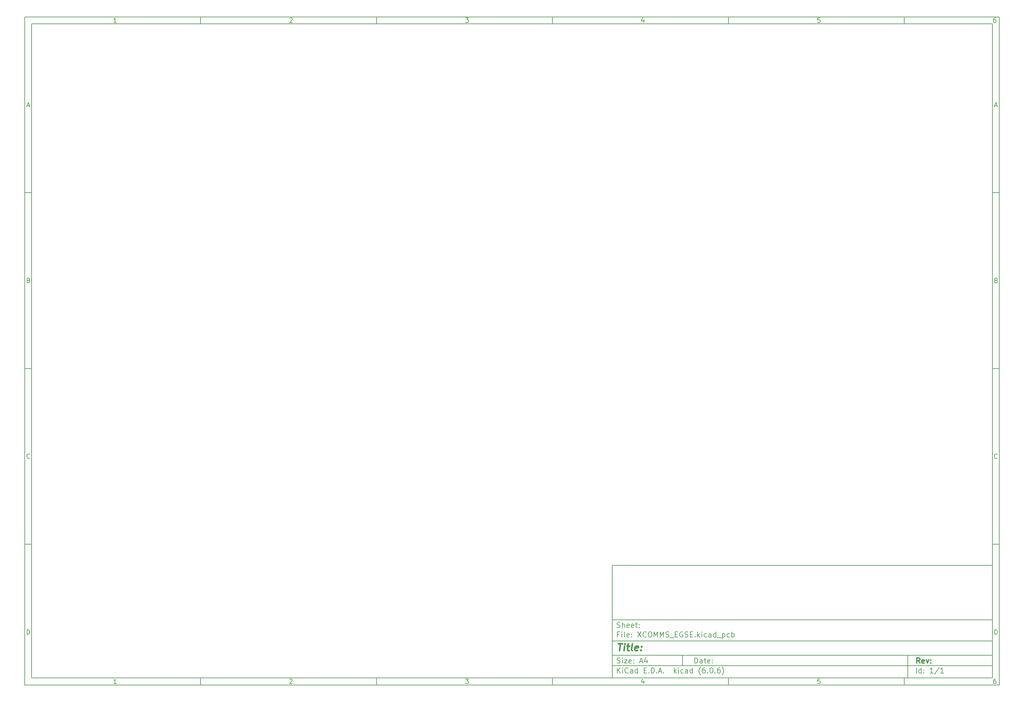
<source format=gbr>
%TF.GenerationSoftware,KiCad,Pcbnew,(6.0.6)*%
%TF.CreationDate,2022-07-08T12:35:32+02:00*%
%TF.ProjectId,XCOMMS_EGSE,58434f4d-4d53-45f4-9547-53452e6b6963,rev?*%
%TF.SameCoordinates,Original*%
%TF.FileFunction,Paste,Bot*%
%TF.FilePolarity,Positive*%
%FSLAX46Y46*%
G04 Gerber Fmt 4.6, Leading zero omitted, Abs format (unit mm)*
G04 Created by KiCad (PCBNEW (6.0.6)) date 2022-07-08 12:35:32*
%MOMM*%
%LPD*%
G01*
G04 APERTURE LIST*
%ADD10C,0.100000*%
%ADD11C,0.150000*%
%ADD12C,0.300000*%
%ADD13C,0.400000*%
G04 APERTURE END LIST*
D10*
D11*
X177002200Y-166007200D02*
X177002200Y-198007200D01*
X285002200Y-198007200D01*
X285002200Y-166007200D01*
X177002200Y-166007200D01*
D10*
D11*
X10000000Y-10000000D02*
X10000000Y-200007200D01*
X287002200Y-200007200D01*
X287002200Y-10000000D01*
X10000000Y-10000000D01*
D10*
D11*
X12000000Y-12000000D02*
X12000000Y-198007200D01*
X285002200Y-198007200D01*
X285002200Y-12000000D01*
X12000000Y-12000000D01*
D10*
D11*
X60000000Y-12000000D02*
X60000000Y-10000000D01*
D10*
D11*
X110000000Y-12000000D02*
X110000000Y-10000000D01*
D10*
D11*
X160000000Y-12000000D02*
X160000000Y-10000000D01*
D10*
D11*
X210000000Y-12000000D02*
X210000000Y-10000000D01*
D10*
D11*
X260000000Y-12000000D02*
X260000000Y-10000000D01*
D10*
D11*
X36065476Y-11588095D02*
X35322619Y-11588095D01*
X35694047Y-11588095D02*
X35694047Y-10288095D01*
X35570238Y-10473809D01*
X35446428Y-10597619D01*
X35322619Y-10659523D01*
D10*
D11*
X85322619Y-10411904D02*
X85384523Y-10350000D01*
X85508333Y-10288095D01*
X85817857Y-10288095D01*
X85941666Y-10350000D01*
X86003571Y-10411904D01*
X86065476Y-10535714D01*
X86065476Y-10659523D01*
X86003571Y-10845238D01*
X85260714Y-11588095D01*
X86065476Y-11588095D01*
D10*
D11*
X135260714Y-10288095D02*
X136065476Y-10288095D01*
X135632142Y-10783333D01*
X135817857Y-10783333D01*
X135941666Y-10845238D01*
X136003571Y-10907142D01*
X136065476Y-11030952D01*
X136065476Y-11340476D01*
X136003571Y-11464285D01*
X135941666Y-11526190D01*
X135817857Y-11588095D01*
X135446428Y-11588095D01*
X135322619Y-11526190D01*
X135260714Y-11464285D01*
D10*
D11*
X185941666Y-10721428D02*
X185941666Y-11588095D01*
X185632142Y-10226190D02*
X185322619Y-11154761D01*
X186127380Y-11154761D01*
D10*
D11*
X236003571Y-10288095D02*
X235384523Y-10288095D01*
X235322619Y-10907142D01*
X235384523Y-10845238D01*
X235508333Y-10783333D01*
X235817857Y-10783333D01*
X235941666Y-10845238D01*
X236003571Y-10907142D01*
X236065476Y-11030952D01*
X236065476Y-11340476D01*
X236003571Y-11464285D01*
X235941666Y-11526190D01*
X235817857Y-11588095D01*
X235508333Y-11588095D01*
X235384523Y-11526190D01*
X235322619Y-11464285D01*
D10*
D11*
X285941666Y-10288095D02*
X285694047Y-10288095D01*
X285570238Y-10350000D01*
X285508333Y-10411904D01*
X285384523Y-10597619D01*
X285322619Y-10845238D01*
X285322619Y-11340476D01*
X285384523Y-11464285D01*
X285446428Y-11526190D01*
X285570238Y-11588095D01*
X285817857Y-11588095D01*
X285941666Y-11526190D01*
X286003571Y-11464285D01*
X286065476Y-11340476D01*
X286065476Y-11030952D01*
X286003571Y-10907142D01*
X285941666Y-10845238D01*
X285817857Y-10783333D01*
X285570238Y-10783333D01*
X285446428Y-10845238D01*
X285384523Y-10907142D01*
X285322619Y-11030952D01*
D10*
D11*
X60000000Y-198007200D02*
X60000000Y-200007200D01*
D10*
D11*
X110000000Y-198007200D02*
X110000000Y-200007200D01*
D10*
D11*
X160000000Y-198007200D02*
X160000000Y-200007200D01*
D10*
D11*
X210000000Y-198007200D02*
X210000000Y-200007200D01*
D10*
D11*
X260000000Y-198007200D02*
X260000000Y-200007200D01*
D10*
D11*
X36065476Y-199595295D02*
X35322619Y-199595295D01*
X35694047Y-199595295D02*
X35694047Y-198295295D01*
X35570238Y-198481009D01*
X35446428Y-198604819D01*
X35322619Y-198666723D01*
D10*
D11*
X85322619Y-198419104D02*
X85384523Y-198357200D01*
X85508333Y-198295295D01*
X85817857Y-198295295D01*
X85941666Y-198357200D01*
X86003571Y-198419104D01*
X86065476Y-198542914D01*
X86065476Y-198666723D01*
X86003571Y-198852438D01*
X85260714Y-199595295D01*
X86065476Y-199595295D01*
D10*
D11*
X135260714Y-198295295D02*
X136065476Y-198295295D01*
X135632142Y-198790533D01*
X135817857Y-198790533D01*
X135941666Y-198852438D01*
X136003571Y-198914342D01*
X136065476Y-199038152D01*
X136065476Y-199347676D01*
X136003571Y-199471485D01*
X135941666Y-199533390D01*
X135817857Y-199595295D01*
X135446428Y-199595295D01*
X135322619Y-199533390D01*
X135260714Y-199471485D01*
D10*
D11*
X185941666Y-198728628D02*
X185941666Y-199595295D01*
X185632142Y-198233390D02*
X185322619Y-199161961D01*
X186127380Y-199161961D01*
D10*
D11*
X236003571Y-198295295D02*
X235384523Y-198295295D01*
X235322619Y-198914342D01*
X235384523Y-198852438D01*
X235508333Y-198790533D01*
X235817857Y-198790533D01*
X235941666Y-198852438D01*
X236003571Y-198914342D01*
X236065476Y-199038152D01*
X236065476Y-199347676D01*
X236003571Y-199471485D01*
X235941666Y-199533390D01*
X235817857Y-199595295D01*
X235508333Y-199595295D01*
X235384523Y-199533390D01*
X235322619Y-199471485D01*
D10*
D11*
X285941666Y-198295295D02*
X285694047Y-198295295D01*
X285570238Y-198357200D01*
X285508333Y-198419104D01*
X285384523Y-198604819D01*
X285322619Y-198852438D01*
X285322619Y-199347676D01*
X285384523Y-199471485D01*
X285446428Y-199533390D01*
X285570238Y-199595295D01*
X285817857Y-199595295D01*
X285941666Y-199533390D01*
X286003571Y-199471485D01*
X286065476Y-199347676D01*
X286065476Y-199038152D01*
X286003571Y-198914342D01*
X285941666Y-198852438D01*
X285817857Y-198790533D01*
X285570238Y-198790533D01*
X285446428Y-198852438D01*
X285384523Y-198914342D01*
X285322619Y-199038152D01*
D10*
D11*
X10000000Y-60000000D02*
X12000000Y-60000000D01*
D10*
D11*
X10000000Y-110000000D02*
X12000000Y-110000000D01*
D10*
D11*
X10000000Y-160000000D02*
X12000000Y-160000000D01*
D10*
D11*
X10690476Y-35216666D02*
X11309523Y-35216666D01*
X10566666Y-35588095D02*
X11000000Y-34288095D01*
X11433333Y-35588095D01*
D10*
D11*
X11092857Y-84907142D02*
X11278571Y-84969047D01*
X11340476Y-85030952D01*
X11402380Y-85154761D01*
X11402380Y-85340476D01*
X11340476Y-85464285D01*
X11278571Y-85526190D01*
X11154761Y-85588095D01*
X10659523Y-85588095D01*
X10659523Y-84288095D01*
X11092857Y-84288095D01*
X11216666Y-84350000D01*
X11278571Y-84411904D01*
X11340476Y-84535714D01*
X11340476Y-84659523D01*
X11278571Y-84783333D01*
X11216666Y-84845238D01*
X11092857Y-84907142D01*
X10659523Y-84907142D01*
D10*
D11*
X11402380Y-135464285D02*
X11340476Y-135526190D01*
X11154761Y-135588095D01*
X11030952Y-135588095D01*
X10845238Y-135526190D01*
X10721428Y-135402380D01*
X10659523Y-135278571D01*
X10597619Y-135030952D01*
X10597619Y-134845238D01*
X10659523Y-134597619D01*
X10721428Y-134473809D01*
X10845238Y-134350000D01*
X11030952Y-134288095D01*
X11154761Y-134288095D01*
X11340476Y-134350000D01*
X11402380Y-134411904D01*
D10*
D11*
X10659523Y-185588095D02*
X10659523Y-184288095D01*
X10969047Y-184288095D01*
X11154761Y-184350000D01*
X11278571Y-184473809D01*
X11340476Y-184597619D01*
X11402380Y-184845238D01*
X11402380Y-185030952D01*
X11340476Y-185278571D01*
X11278571Y-185402380D01*
X11154761Y-185526190D01*
X10969047Y-185588095D01*
X10659523Y-185588095D01*
D10*
D11*
X287002200Y-60000000D02*
X285002200Y-60000000D01*
D10*
D11*
X287002200Y-110000000D02*
X285002200Y-110000000D01*
D10*
D11*
X287002200Y-160000000D02*
X285002200Y-160000000D01*
D10*
D11*
X285692676Y-35216666D02*
X286311723Y-35216666D01*
X285568866Y-35588095D02*
X286002200Y-34288095D01*
X286435533Y-35588095D01*
D10*
D11*
X286095057Y-84907142D02*
X286280771Y-84969047D01*
X286342676Y-85030952D01*
X286404580Y-85154761D01*
X286404580Y-85340476D01*
X286342676Y-85464285D01*
X286280771Y-85526190D01*
X286156961Y-85588095D01*
X285661723Y-85588095D01*
X285661723Y-84288095D01*
X286095057Y-84288095D01*
X286218866Y-84350000D01*
X286280771Y-84411904D01*
X286342676Y-84535714D01*
X286342676Y-84659523D01*
X286280771Y-84783333D01*
X286218866Y-84845238D01*
X286095057Y-84907142D01*
X285661723Y-84907142D01*
D10*
D11*
X286404580Y-135464285D02*
X286342676Y-135526190D01*
X286156961Y-135588095D01*
X286033152Y-135588095D01*
X285847438Y-135526190D01*
X285723628Y-135402380D01*
X285661723Y-135278571D01*
X285599819Y-135030952D01*
X285599819Y-134845238D01*
X285661723Y-134597619D01*
X285723628Y-134473809D01*
X285847438Y-134350000D01*
X286033152Y-134288095D01*
X286156961Y-134288095D01*
X286342676Y-134350000D01*
X286404580Y-134411904D01*
D10*
D11*
X285661723Y-185588095D02*
X285661723Y-184288095D01*
X285971247Y-184288095D01*
X286156961Y-184350000D01*
X286280771Y-184473809D01*
X286342676Y-184597619D01*
X286404580Y-184845238D01*
X286404580Y-185030952D01*
X286342676Y-185278571D01*
X286280771Y-185402380D01*
X286156961Y-185526190D01*
X285971247Y-185588095D01*
X285661723Y-185588095D01*
D10*
D11*
X200434342Y-193785771D02*
X200434342Y-192285771D01*
X200791485Y-192285771D01*
X201005771Y-192357200D01*
X201148628Y-192500057D01*
X201220057Y-192642914D01*
X201291485Y-192928628D01*
X201291485Y-193142914D01*
X201220057Y-193428628D01*
X201148628Y-193571485D01*
X201005771Y-193714342D01*
X200791485Y-193785771D01*
X200434342Y-193785771D01*
X202577200Y-193785771D02*
X202577200Y-193000057D01*
X202505771Y-192857200D01*
X202362914Y-192785771D01*
X202077200Y-192785771D01*
X201934342Y-192857200D01*
X202577200Y-193714342D02*
X202434342Y-193785771D01*
X202077200Y-193785771D01*
X201934342Y-193714342D01*
X201862914Y-193571485D01*
X201862914Y-193428628D01*
X201934342Y-193285771D01*
X202077200Y-193214342D01*
X202434342Y-193214342D01*
X202577200Y-193142914D01*
X203077200Y-192785771D02*
X203648628Y-192785771D01*
X203291485Y-192285771D02*
X203291485Y-193571485D01*
X203362914Y-193714342D01*
X203505771Y-193785771D01*
X203648628Y-193785771D01*
X204720057Y-193714342D02*
X204577200Y-193785771D01*
X204291485Y-193785771D01*
X204148628Y-193714342D01*
X204077200Y-193571485D01*
X204077200Y-193000057D01*
X204148628Y-192857200D01*
X204291485Y-192785771D01*
X204577200Y-192785771D01*
X204720057Y-192857200D01*
X204791485Y-193000057D01*
X204791485Y-193142914D01*
X204077200Y-193285771D01*
X205434342Y-193642914D02*
X205505771Y-193714342D01*
X205434342Y-193785771D01*
X205362914Y-193714342D01*
X205434342Y-193642914D01*
X205434342Y-193785771D01*
X205434342Y-192857200D02*
X205505771Y-192928628D01*
X205434342Y-193000057D01*
X205362914Y-192928628D01*
X205434342Y-192857200D01*
X205434342Y-193000057D01*
D10*
D11*
X177002200Y-194507200D02*
X285002200Y-194507200D01*
D10*
D11*
X178434342Y-196585771D02*
X178434342Y-195085771D01*
X179291485Y-196585771D02*
X178648628Y-195728628D01*
X179291485Y-195085771D02*
X178434342Y-195942914D01*
X179934342Y-196585771D02*
X179934342Y-195585771D01*
X179934342Y-195085771D02*
X179862914Y-195157200D01*
X179934342Y-195228628D01*
X180005771Y-195157200D01*
X179934342Y-195085771D01*
X179934342Y-195228628D01*
X181505771Y-196442914D02*
X181434342Y-196514342D01*
X181220057Y-196585771D01*
X181077200Y-196585771D01*
X180862914Y-196514342D01*
X180720057Y-196371485D01*
X180648628Y-196228628D01*
X180577200Y-195942914D01*
X180577200Y-195728628D01*
X180648628Y-195442914D01*
X180720057Y-195300057D01*
X180862914Y-195157200D01*
X181077200Y-195085771D01*
X181220057Y-195085771D01*
X181434342Y-195157200D01*
X181505771Y-195228628D01*
X182791485Y-196585771D02*
X182791485Y-195800057D01*
X182720057Y-195657200D01*
X182577200Y-195585771D01*
X182291485Y-195585771D01*
X182148628Y-195657200D01*
X182791485Y-196514342D02*
X182648628Y-196585771D01*
X182291485Y-196585771D01*
X182148628Y-196514342D01*
X182077200Y-196371485D01*
X182077200Y-196228628D01*
X182148628Y-196085771D01*
X182291485Y-196014342D01*
X182648628Y-196014342D01*
X182791485Y-195942914D01*
X184148628Y-196585771D02*
X184148628Y-195085771D01*
X184148628Y-196514342D02*
X184005771Y-196585771D01*
X183720057Y-196585771D01*
X183577200Y-196514342D01*
X183505771Y-196442914D01*
X183434342Y-196300057D01*
X183434342Y-195871485D01*
X183505771Y-195728628D01*
X183577200Y-195657200D01*
X183720057Y-195585771D01*
X184005771Y-195585771D01*
X184148628Y-195657200D01*
X186005771Y-195800057D02*
X186505771Y-195800057D01*
X186720057Y-196585771D02*
X186005771Y-196585771D01*
X186005771Y-195085771D01*
X186720057Y-195085771D01*
X187362914Y-196442914D02*
X187434342Y-196514342D01*
X187362914Y-196585771D01*
X187291485Y-196514342D01*
X187362914Y-196442914D01*
X187362914Y-196585771D01*
X188077200Y-196585771D02*
X188077200Y-195085771D01*
X188434342Y-195085771D01*
X188648628Y-195157200D01*
X188791485Y-195300057D01*
X188862914Y-195442914D01*
X188934342Y-195728628D01*
X188934342Y-195942914D01*
X188862914Y-196228628D01*
X188791485Y-196371485D01*
X188648628Y-196514342D01*
X188434342Y-196585771D01*
X188077200Y-196585771D01*
X189577200Y-196442914D02*
X189648628Y-196514342D01*
X189577200Y-196585771D01*
X189505771Y-196514342D01*
X189577200Y-196442914D01*
X189577200Y-196585771D01*
X190220057Y-196157200D02*
X190934342Y-196157200D01*
X190077200Y-196585771D02*
X190577200Y-195085771D01*
X191077200Y-196585771D01*
X191577200Y-196442914D02*
X191648628Y-196514342D01*
X191577200Y-196585771D01*
X191505771Y-196514342D01*
X191577200Y-196442914D01*
X191577200Y-196585771D01*
X194577200Y-196585771D02*
X194577200Y-195085771D01*
X194720057Y-196014342D02*
X195148628Y-196585771D01*
X195148628Y-195585771D02*
X194577200Y-196157200D01*
X195791485Y-196585771D02*
X195791485Y-195585771D01*
X195791485Y-195085771D02*
X195720057Y-195157200D01*
X195791485Y-195228628D01*
X195862914Y-195157200D01*
X195791485Y-195085771D01*
X195791485Y-195228628D01*
X197148628Y-196514342D02*
X197005771Y-196585771D01*
X196720057Y-196585771D01*
X196577200Y-196514342D01*
X196505771Y-196442914D01*
X196434342Y-196300057D01*
X196434342Y-195871485D01*
X196505771Y-195728628D01*
X196577200Y-195657200D01*
X196720057Y-195585771D01*
X197005771Y-195585771D01*
X197148628Y-195657200D01*
X198434342Y-196585771D02*
X198434342Y-195800057D01*
X198362914Y-195657200D01*
X198220057Y-195585771D01*
X197934342Y-195585771D01*
X197791485Y-195657200D01*
X198434342Y-196514342D02*
X198291485Y-196585771D01*
X197934342Y-196585771D01*
X197791485Y-196514342D01*
X197720057Y-196371485D01*
X197720057Y-196228628D01*
X197791485Y-196085771D01*
X197934342Y-196014342D01*
X198291485Y-196014342D01*
X198434342Y-195942914D01*
X199791485Y-196585771D02*
X199791485Y-195085771D01*
X199791485Y-196514342D02*
X199648628Y-196585771D01*
X199362914Y-196585771D01*
X199220057Y-196514342D01*
X199148628Y-196442914D01*
X199077200Y-196300057D01*
X199077200Y-195871485D01*
X199148628Y-195728628D01*
X199220057Y-195657200D01*
X199362914Y-195585771D01*
X199648628Y-195585771D01*
X199791485Y-195657200D01*
X202077200Y-197157200D02*
X202005771Y-197085771D01*
X201862914Y-196871485D01*
X201791485Y-196728628D01*
X201720057Y-196514342D01*
X201648628Y-196157200D01*
X201648628Y-195871485D01*
X201720057Y-195514342D01*
X201791485Y-195300057D01*
X201862914Y-195157200D01*
X202005771Y-194942914D01*
X202077200Y-194871485D01*
X203291485Y-195085771D02*
X203005771Y-195085771D01*
X202862914Y-195157200D01*
X202791485Y-195228628D01*
X202648628Y-195442914D01*
X202577200Y-195728628D01*
X202577200Y-196300057D01*
X202648628Y-196442914D01*
X202720057Y-196514342D01*
X202862914Y-196585771D01*
X203148628Y-196585771D01*
X203291485Y-196514342D01*
X203362914Y-196442914D01*
X203434342Y-196300057D01*
X203434342Y-195942914D01*
X203362914Y-195800057D01*
X203291485Y-195728628D01*
X203148628Y-195657200D01*
X202862914Y-195657200D01*
X202720057Y-195728628D01*
X202648628Y-195800057D01*
X202577200Y-195942914D01*
X204077200Y-196442914D02*
X204148628Y-196514342D01*
X204077200Y-196585771D01*
X204005771Y-196514342D01*
X204077200Y-196442914D01*
X204077200Y-196585771D01*
X205077200Y-195085771D02*
X205220057Y-195085771D01*
X205362914Y-195157200D01*
X205434342Y-195228628D01*
X205505771Y-195371485D01*
X205577200Y-195657200D01*
X205577200Y-196014342D01*
X205505771Y-196300057D01*
X205434342Y-196442914D01*
X205362914Y-196514342D01*
X205220057Y-196585771D01*
X205077200Y-196585771D01*
X204934342Y-196514342D01*
X204862914Y-196442914D01*
X204791485Y-196300057D01*
X204720057Y-196014342D01*
X204720057Y-195657200D01*
X204791485Y-195371485D01*
X204862914Y-195228628D01*
X204934342Y-195157200D01*
X205077200Y-195085771D01*
X206220057Y-196442914D02*
X206291485Y-196514342D01*
X206220057Y-196585771D01*
X206148628Y-196514342D01*
X206220057Y-196442914D01*
X206220057Y-196585771D01*
X207577200Y-195085771D02*
X207291485Y-195085771D01*
X207148628Y-195157200D01*
X207077200Y-195228628D01*
X206934342Y-195442914D01*
X206862914Y-195728628D01*
X206862914Y-196300057D01*
X206934342Y-196442914D01*
X207005771Y-196514342D01*
X207148628Y-196585771D01*
X207434342Y-196585771D01*
X207577200Y-196514342D01*
X207648628Y-196442914D01*
X207720057Y-196300057D01*
X207720057Y-195942914D01*
X207648628Y-195800057D01*
X207577200Y-195728628D01*
X207434342Y-195657200D01*
X207148628Y-195657200D01*
X207005771Y-195728628D01*
X206934342Y-195800057D01*
X206862914Y-195942914D01*
X208220057Y-197157200D02*
X208291485Y-197085771D01*
X208434342Y-196871485D01*
X208505771Y-196728628D01*
X208577200Y-196514342D01*
X208648628Y-196157200D01*
X208648628Y-195871485D01*
X208577200Y-195514342D01*
X208505771Y-195300057D01*
X208434342Y-195157200D01*
X208291485Y-194942914D01*
X208220057Y-194871485D01*
D10*
D11*
X177002200Y-191507200D02*
X285002200Y-191507200D01*
D10*
D12*
X264411485Y-193785771D02*
X263911485Y-193071485D01*
X263554342Y-193785771D02*
X263554342Y-192285771D01*
X264125771Y-192285771D01*
X264268628Y-192357200D01*
X264340057Y-192428628D01*
X264411485Y-192571485D01*
X264411485Y-192785771D01*
X264340057Y-192928628D01*
X264268628Y-193000057D01*
X264125771Y-193071485D01*
X263554342Y-193071485D01*
X265625771Y-193714342D02*
X265482914Y-193785771D01*
X265197200Y-193785771D01*
X265054342Y-193714342D01*
X264982914Y-193571485D01*
X264982914Y-193000057D01*
X265054342Y-192857200D01*
X265197200Y-192785771D01*
X265482914Y-192785771D01*
X265625771Y-192857200D01*
X265697200Y-193000057D01*
X265697200Y-193142914D01*
X264982914Y-193285771D01*
X266197200Y-192785771D02*
X266554342Y-193785771D01*
X266911485Y-192785771D01*
X267482914Y-193642914D02*
X267554342Y-193714342D01*
X267482914Y-193785771D01*
X267411485Y-193714342D01*
X267482914Y-193642914D01*
X267482914Y-193785771D01*
X267482914Y-192857200D02*
X267554342Y-192928628D01*
X267482914Y-193000057D01*
X267411485Y-192928628D01*
X267482914Y-192857200D01*
X267482914Y-193000057D01*
D10*
D11*
X178362914Y-193714342D02*
X178577200Y-193785771D01*
X178934342Y-193785771D01*
X179077200Y-193714342D01*
X179148628Y-193642914D01*
X179220057Y-193500057D01*
X179220057Y-193357200D01*
X179148628Y-193214342D01*
X179077200Y-193142914D01*
X178934342Y-193071485D01*
X178648628Y-193000057D01*
X178505771Y-192928628D01*
X178434342Y-192857200D01*
X178362914Y-192714342D01*
X178362914Y-192571485D01*
X178434342Y-192428628D01*
X178505771Y-192357200D01*
X178648628Y-192285771D01*
X179005771Y-192285771D01*
X179220057Y-192357200D01*
X179862914Y-193785771D02*
X179862914Y-192785771D01*
X179862914Y-192285771D02*
X179791485Y-192357200D01*
X179862914Y-192428628D01*
X179934342Y-192357200D01*
X179862914Y-192285771D01*
X179862914Y-192428628D01*
X180434342Y-192785771D02*
X181220057Y-192785771D01*
X180434342Y-193785771D01*
X181220057Y-193785771D01*
X182362914Y-193714342D02*
X182220057Y-193785771D01*
X181934342Y-193785771D01*
X181791485Y-193714342D01*
X181720057Y-193571485D01*
X181720057Y-193000057D01*
X181791485Y-192857200D01*
X181934342Y-192785771D01*
X182220057Y-192785771D01*
X182362914Y-192857200D01*
X182434342Y-193000057D01*
X182434342Y-193142914D01*
X181720057Y-193285771D01*
X183077200Y-193642914D02*
X183148628Y-193714342D01*
X183077200Y-193785771D01*
X183005771Y-193714342D01*
X183077200Y-193642914D01*
X183077200Y-193785771D01*
X183077200Y-192857200D02*
X183148628Y-192928628D01*
X183077200Y-193000057D01*
X183005771Y-192928628D01*
X183077200Y-192857200D01*
X183077200Y-193000057D01*
X184862914Y-193357200D02*
X185577200Y-193357200D01*
X184720057Y-193785771D02*
X185220057Y-192285771D01*
X185720057Y-193785771D01*
X186862914Y-192785771D02*
X186862914Y-193785771D01*
X186505771Y-192214342D02*
X186148628Y-193285771D01*
X187077200Y-193285771D01*
D10*
D11*
X263434342Y-196585771D02*
X263434342Y-195085771D01*
X264791485Y-196585771D02*
X264791485Y-195085771D01*
X264791485Y-196514342D02*
X264648628Y-196585771D01*
X264362914Y-196585771D01*
X264220057Y-196514342D01*
X264148628Y-196442914D01*
X264077200Y-196300057D01*
X264077200Y-195871485D01*
X264148628Y-195728628D01*
X264220057Y-195657200D01*
X264362914Y-195585771D01*
X264648628Y-195585771D01*
X264791485Y-195657200D01*
X265505771Y-196442914D02*
X265577200Y-196514342D01*
X265505771Y-196585771D01*
X265434342Y-196514342D01*
X265505771Y-196442914D01*
X265505771Y-196585771D01*
X265505771Y-195657200D02*
X265577200Y-195728628D01*
X265505771Y-195800057D01*
X265434342Y-195728628D01*
X265505771Y-195657200D01*
X265505771Y-195800057D01*
X268148628Y-196585771D02*
X267291485Y-196585771D01*
X267720057Y-196585771D02*
X267720057Y-195085771D01*
X267577200Y-195300057D01*
X267434342Y-195442914D01*
X267291485Y-195514342D01*
X269862914Y-195014342D02*
X268577200Y-196942914D01*
X271148628Y-196585771D02*
X270291485Y-196585771D01*
X270720057Y-196585771D02*
X270720057Y-195085771D01*
X270577200Y-195300057D01*
X270434342Y-195442914D01*
X270291485Y-195514342D01*
D10*
D11*
X177002200Y-187507200D02*
X285002200Y-187507200D01*
D10*
D13*
X178714580Y-188211961D02*
X179857438Y-188211961D01*
X179036009Y-190211961D02*
X179286009Y-188211961D01*
X180274104Y-190211961D02*
X180440771Y-188878628D01*
X180524104Y-188211961D02*
X180416961Y-188307200D01*
X180500295Y-188402438D01*
X180607438Y-188307200D01*
X180524104Y-188211961D01*
X180500295Y-188402438D01*
X181107438Y-188878628D02*
X181869342Y-188878628D01*
X181476485Y-188211961D02*
X181262200Y-189926247D01*
X181333628Y-190116723D01*
X181512200Y-190211961D01*
X181702676Y-190211961D01*
X182655057Y-190211961D02*
X182476485Y-190116723D01*
X182405057Y-189926247D01*
X182619342Y-188211961D01*
X184190771Y-190116723D02*
X183988390Y-190211961D01*
X183607438Y-190211961D01*
X183428866Y-190116723D01*
X183357438Y-189926247D01*
X183452676Y-189164342D01*
X183571723Y-188973866D01*
X183774104Y-188878628D01*
X184155057Y-188878628D01*
X184333628Y-188973866D01*
X184405057Y-189164342D01*
X184381247Y-189354819D01*
X183405057Y-189545295D01*
X185155057Y-190021485D02*
X185238390Y-190116723D01*
X185131247Y-190211961D01*
X185047914Y-190116723D01*
X185155057Y-190021485D01*
X185131247Y-190211961D01*
X185286009Y-188973866D02*
X185369342Y-189069104D01*
X185262200Y-189164342D01*
X185178866Y-189069104D01*
X185286009Y-188973866D01*
X185262200Y-189164342D01*
D10*
D11*
X178934342Y-185600057D02*
X178434342Y-185600057D01*
X178434342Y-186385771D02*
X178434342Y-184885771D01*
X179148628Y-184885771D01*
X179720057Y-186385771D02*
X179720057Y-185385771D01*
X179720057Y-184885771D02*
X179648628Y-184957200D01*
X179720057Y-185028628D01*
X179791485Y-184957200D01*
X179720057Y-184885771D01*
X179720057Y-185028628D01*
X180648628Y-186385771D02*
X180505771Y-186314342D01*
X180434342Y-186171485D01*
X180434342Y-184885771D01*
X181791485Y-186314342D02*
X181648628Y-186385771D01*
X181362914Y-186385771D01*
X181220057Y-186314342D01*
X181148628Y-186171485D01*
X181148628Y-185600057D01*
X181220057Y-185457200D01*
X181362914Y-185385771D01*
X181648628Y-185385771D01*
X181791485Y-185457200D01*
X181862914Y-185600057D01*
X181862914Y-185742914D01*
X181148628Y-185885771D01*
X182505771Y-186242914D02*
X182577200Y-186314342D01*
X182505771Y-186385771D01*
X182434342Y-186314342D01*
X182505771Y-186242914D01*
X182505771Y-186385771D01*
X182505771Y-185457200D02*
X182577200Y-185528628D01*
X182505771Y-185600057D01*
X182434342Y-185528628D01*
X182505771Y-185457200D01*
X182505771Y-185600057D01*
X184220057Y-184885771D02*
X185220057Y-186385771D01*
X185220057Y-184885771D02*
X184220057Y-186385771D01*
X186648628Y-186242914D02*
X186577200Y-186314342D01*
X186362914Y-186385771D01*
X186220057Y-186385771D01*
X186005771Y-186314342D01*
X185862914Y-186171485D01*
X185791485Y-186028628D01*
X185720057Y-185742914D01*
X185720057Y-185528628D01*
X185791485Y-185242914D01*
X185862914Y-185100057D01*
X186005771Y-184957200D01*
X186220057Y-184885771D01*
X186362914Y-184885771D01*
X186577200Y-184957200D01*
X186648628Y-185028628D01*
X187577200Y-184885771D02*
X187862914Y-184885771D01*
X188005771Y-184957200D01*
X188148628Y-185100057D01*
X188220057Y-185385771D01*
X188220057Y-185885771D01*
X188148628Y-186171485D01*
X188005771Y-186314342D01*
X187862914Y-186385771D01*
X187577200Y-186385771D01*
X187434342Y-186314342D01*
X187291485Y-186171485D01*
X187220057Y-185885771D01*
X187220057Y-185385771D01*
X187291485Y-185100057D01*
X187434342Y-184957200D01*
X187577200Y-184885771D01*
X188862914Y-186385771D02*
X188862914Y-184885771D01*
X189362914Y-185957200D01*
X189862914Y-184885771D01*
X189862914Y-186385771D01*
X190577200Y-186385771D02*
X190577200Y-184885771D01*
X191077200Y-185957200D01*
X191577200Y-184885771D01*
X191577200Y-186385771D01*
X192220057Y-186314342D02*
X192434342Y-186385771D01*
X192791485Y-186385771D01*
X192934342Y-186314342D01*
X193005771Y-186242914D01*
X193077200Y-186100057D01*
X193077200Y-185957200D01*
X193005771Y-185814342D01*
X192934342Y-185742914D01*
X192791485Y-185671485D01*
X192505771Y-185600057D01*
X192362914Y-185528628D01*
X192291485Y-185457200D01*
X192220057Y-185314342D01*
X192220057Y-185171485D01*
X192291485Y-185028628D01*
X192362914Y-184957200D01*
X192505771Y-184885771D01*
X192862914Y-184885771D01*
X193077200Y-184957200D01*
X193362914Y-186528628D02*
X194505771Y-186528628D01*
X194862914Y-185600057D02*
X195362914Y-185600057D01*
X195577200Y-186385771D02*
X194862914Y-186385771D01*
X194862914Y-184885771D01*
X195577200Y-184885771D01*
X197005771Y-184957200D02*
X196862914Y-184885771D01*
X196648628Y-184885771D01*
X196434342Y-184957200D01*
X196291485Y-185100057D01*
X196220057Y-185242914D01*
X196148628Y-185528628D01*
X196148628Y-185742914D01*
X196220057Y-186028628D01*
X196291485Y-186171485D01*
X196434342Y-186314342D01*
X196648628Y-186385771D01*
X196791485Y-186385771D01*
X197005771Y-186314342D01*
X197077200Y-186242914D01*
X197077200Y-185742914D01*
X196791485Y-185742914D01*
X197648628Y-186314342D02*
X197862914Y-186385771D01*
X198220057Y-186385771D01*
X198362914Y-186314342D01*
X198434342Y-186242914D01*
X198505771Y-186100057D01*
X198505771Y-185957200D01*
X198434342Y-185814342D01*
X198362914Y-185742914D01*
X198220057Y-185671485D01*
X197934342Y-185600057D01*
X197791485Y-185528628D01*
X197720057Y-185457200D01*
X197648628Y-185314342D01*
X197648628Y-185171485D01*
X197720057Y-185028628D01*
X197791485Y-184957200D01*
X197934342Y-184885771D01*
X198291485Y-184885771D01*
X198505771Y-184957200D01*
X199148628Y-185600057D02*
X199648628Y-185600057D01*
X199862914Y-186385771D02*
X199148628Y-186385771D01*
X199148628Y-184885771D01*
X199862914Y-184885771D01*
X200505771Y-186242914D02*
X200577200Y-186314342D01*
X200505771Y-186385771D01*
X200434342Y-186314342D01*
X200505771Y-186242914D01*
X200505771Y-186385771D01*
X201220057Y-186385771D02*
X201220057Y-184885771D01*
X201362914Y-185814342D02*
X201791485Y-186385771D01*
X201791485Y-185385771D02*
X201220057Y-185957200D01*
X202434342Y-186385771D02*
X202434342Y-185385771D01*
X202434342Y-184885771D02*
X202362914Y-184957200D01*
X202434342Y-185028628D01*
X202505771Y-184957200D01*
X202434342Y-184885771D01*
X202434342Y-185028628D01*
X203791485Y-186314342D02*
X203648628Y-186385771D01*
X203362914Y-186385771D01*
X203220057Y-186314342D01*
X203148628Y-186242914D01*
X203077200Y-186100057D01*
X203077200Y-185671485D01*
X203148628Y-185528628D01*
X203220057Y-185457200D01*
X203362914Y-185385771D01*
X203648628Y-185385771D01*
X203791485Y-185457200D01*
X205077200Y-186385771D02*
X205077200Y-185600057D01*
X205005771Y-185457200D01*
X204862914Y-185385771D01*
X204577200Y-185385771D01*
X204434342Y-185457200D01*
X205077200Y-186314342D02*
X204934342Y-186385771D01*
X204577200Y-186385771D01*
X204434342Y-186314342D01*
X204362914Y-186171485D01*
X204362914Y-186028628D01*
X204434342Y-185885771D01*
X204577200Y-185814342D01*
X204934342Y-185814342D01*
X205077200Y-185742914D01*
X206434342Y-186385771D02*
X206434342Y-184885771D01*
X206434342Y-186314342D02*
X206291485Y-186385771D01*
X206005771Y-186385771D01*
X205862914Y-186314342D01*
X205791485Y-186242914D01*
X205720057Y-186100057D01*
X205720057Y-185671485D01*
X205791485Y-185528628D01*
X205862914Y-185457200D01*
X206005771Y-185385771D01*
X206291485Y-185385771D01*
X206434342Y-185457200D01*
X206791485Y-186528628D02*
X207934342Y-186528628D01*
X208291485Y-185385771D02*
X208291485Y-186885771D01*
X208291485Y-185457200D02*
X208434342Y-185385771D01*
X208720057Y-185385771D01*
X208862914Y-185457200D01*
X208934342Y-185528628D01*
X209005771Y-185671485D01*
X209005771Y-186100057D01*
X208934342Y-186242914D01*
X208862914Y-186314342D01*
X208720057Y-186385771D01*
X208434342Y-186385771D01*
X208291485Y-186314342D01*
X210291485Y-186314342D02*
X210148628Y-186385771D01*
X209862914Y-186385771D01*
X209720057Y-186314342D01*
X209648628Y-186242914D01*
X209577200Y-186100057D01*
X209577200Y-185671485D01*
X209648628Y-185528628D01*
X209720057Y-185457200D01*
X209862914Y-185385771D01*
X210148628Y-185385771D01*
X210291485Y-185457200D01*
X210934342Y-186385771D02*
X210934342Y-184885771D01*
X210934342Y-185457200D02*
X211077200Y-185385771D01*
X211362914Y-185385771D01*
X211505771Y-185457200D01*
X211577200Y-185528628D01*
X211648628Y-185671485D01*
X211648628Y-186100057D01*
X211577200Y-186242914D01*
X211505771Y-186314342D01*
X211362914Y-186385771D01*
X211077200Y-186385771D01*
X210934342Y-186314342D01*
D10*
D11*
X177002200Y-181507200D02*
X285002200Y-181507200D01*
D10*
D11*
X178362914Y-183614342D02*
X178577200Y-183685771D01*
X178934342Y-183685771D01*
X179077200Y-183614342D01*
X179148628Y-183542914D01*
X179220057Y-183400057D01*
X179220057Y-183257200D01*
X179148628Y-183114342D01*
X179077200Y-183042914D01*
X178934342Y-182971485D01*
X178648628Y-182900057D01*
X178505771Y-182828628D01*
X178434342Y-182757200D01*
X178362914Y-182614342D01*
X178362914Y-182471485D01*
X178434342Y-182328628D01*
X178505771Y-182257200D01*
X178648628Y-182185771D01*
X179005771Y-182185771D01*
X179220057Y-182257200D01*
X179862914Y-183685771D02*
X179862914Y-182185771D01*
X180505771Y-183685771D02*
X180505771Y-182900057D01*
X180434342Y-182757200D01*
X180291485Y-182685771D01*
X180077200Y-182685771D01*
X179934342Y-182757200D01*
X179862914Y-182828628D01*
X181791485Y-183614342D02*
X181648628Y-183685771D01*
X181362914Y-183685771D01*
X181220057Y-183614342D01*
X181148628Y-183471485D01*
X181148628Y-182900057D01*
X181220057Y-182757200D01*
X181362914Y-182685771D01*
X181648628Y-182685771D01*
X181791485Y-182757200D01*
X181862914Y-182900057D01*
X181862914Y-183042914D01*
X181148628Y-183185771D01*
X183077200Y-183614342D02*
X182934342Y-183685771D01*
X182648628Y-183685771D01*
X182505771Y-183614342D01*
X182434342Y-183471485D01*
X182434342Y-182900057D01*
X182505771Y-182757200D01*
X182648628Y-182685771D01*
X182934342Y-182685771D01*
X183077200Y-182757200D01*
X183148628Y-182900057D01*
X183148628Y-183042914D01*
X182434342Y-183185771D01*
X183577200Y-182685771D02*
X184148628Y-182685771D01*
X183791485Y-182185771D02*
X183791485Y-183471485D01*
X183862914Y-183614342D01*
X184005771Y-183685771D01*
X184148628Y-183685771D01*
X184648628Y-183542914D02*
X184720057Y-183614342D01*
X184648628Y-183685771D01*
X184577200Y-183614342D01*
X184648628Y-183542914D01*
X184648628Y-183685771D01*
X184648628Y-182757200D02*
X184720057Y-182828628D01*
X184648628Y-182900057D01*
X184577200Y-182828628D01*
X184648628Y-182757200D01*
X184648628Y-182900057D01*
D10*
D12*
D10*
D11*
D10*
D11*
D10*
D11*
D10*
D11*
D10*
D11*
X197002200Y-191507200D02*
X197002200Y-194507200D01*
D10*
D11*
X261002200Y-191507200D02*
X261002200Y-198007200D01*
M02*

</source>
